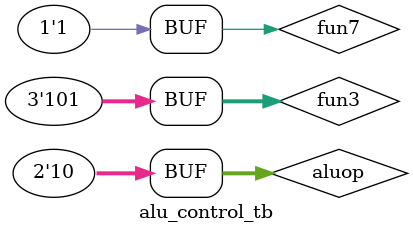
<source format=v>
module alu_control(alu_control, aluop, fun3, fun7);
input [1:0] aluop;
input [2:0] fun3;
input fun7;
output reg [2:0] alu_control;

always @(*) begin
    case (aluop)
        2'b00: alu_control = 3'd0; // Load/Store => ADD
        2'b01: begin // Branch: use SUB for BEQ (compare)
            case(fun3)
                3'b000: alu_control = 3'd1; // BEQ => SUB
                3'b001: alu_control = 3'd1; // BNE => SUB 
                3'b100: alu_control = 3'd4; // BLT => SLT
                3'b101: alu_control = 3'd1; // BGE => SUB 
                default: alu_control = 3'd0;
            endcase
        end
        2'b10: begin  // R-type
            case(fun3)
                3'b000: alu_control = fun7 ? 3'd1 : 3'd0; // SUB/ADD
                3'b111: alu_control = 3'd2; // AND
                3'b110: alu_control = 3'd3; // OR
                3'b100: alu_control = 3'd4; // SLT
                3'b001: alu_control = 3'd5; // SLL
                3'b101: alu_control = fun7 ? 3'd7 : 3'd6; // SRA:SRL
                default: alu_control = 3'd0;
            endcase
        end
        default: alu_control = 3'd0;
    endcase
end

endmodule

module alu_control_tb;

reg [1:0] aluop;
reg [2:0] fun3;
reg fun7;
wire [2:0] alu_control;

alu_control ALU1(alu_control,aluop,fun3,fun7);

initial begin

aluop = 2'b00; fun3 = 3'b000; fun7 = 1'b0; 
#10;
// --- Branch instructions ---
aluop = 2'b01; fun3 = 3'b000; // BEQ
#5
aluop = 2'b01; fun3 = 3'b001; // BNE
#5
aluop = 2'b01; fun3 = 3'b100; // BLT
#5
aluop = 2'b01; fun3 = 3'b101; // BGE
#5

// --- R-type instructions ---
aluop = 2'b10; fun3 = 3'b000; fun7 = 1'b0; // ADD
#5
aluop = 2'b10; fun3 = 3'b000; fun7 = 1'b1; // SUB
#5
aluop = 2'b10; fun3 = 3'b111; fun7 = 1'b0; // AND
#5
aluop = 2'b10; fun3 = 3'b110; fun7 = 1'b0; // OR
#5
aluop = 2'b10; fun3 = 3'b100; fun7 = 1'b0; // XOR
#5
aluop = 2'b10; fun3 = 3'b010; fun7 = 1'b0; // SLT
#5
aluop = 2'b10; fun3 = 3'b001; fun7 = 1'b0; // SLL
#5
aluop = 2'b10; fun3 = 3'b101; fun7 = 1'b0; // SRL
#5
aluop = 2'b10; fun3 = 3'b101; fun7 = 1'b1; // SRA
#10;
end
endmodule



</source>
